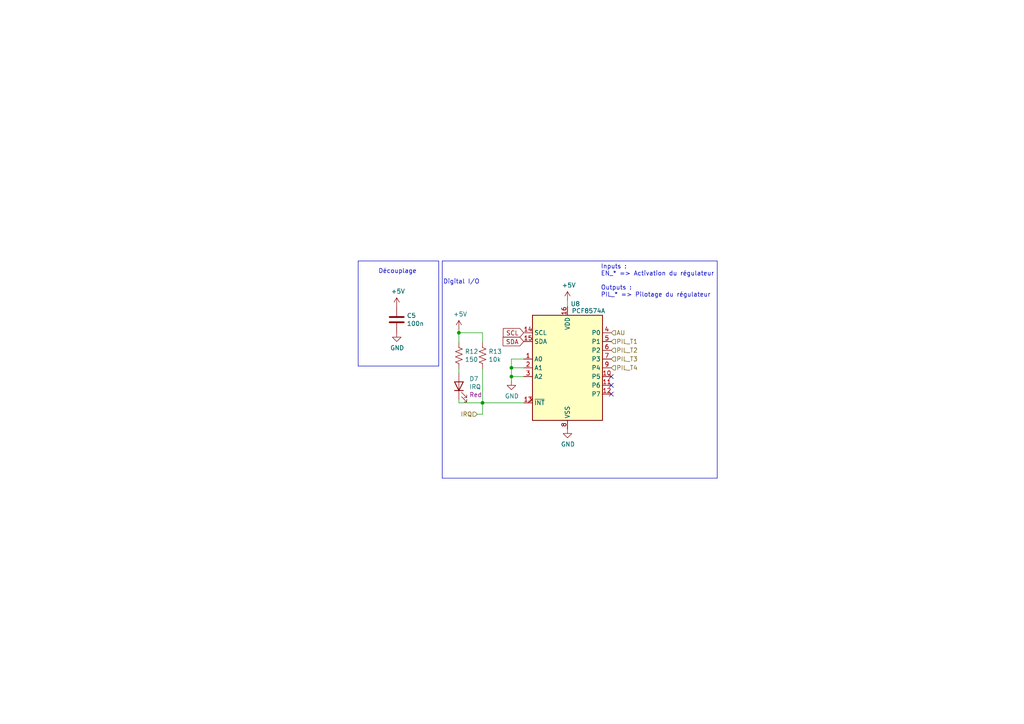
<source format=kicad_sch>
(kicad_sch (version 20230121) (generator eeschema)
  (paper "A4")
  (lib_symbols
    (symbol "Device:C" (pin_numbers hide) (pin_names (offset 0.254))
      (property "Reference" "C" (at 0.635 2.54 0))
      (property "Value" "C" (at 0.635 -2.54 0))
      (symbol "C_0_1"
        (polyline (pts (xy -2.032 -0.762) (xy 2.032 -0.762)) (stroke (width 0.508)))
        (polyline (pts (xy -2.032 0.762) (xy 2.032 0.762)) (stroke (width 0.508)))
      )
      (symbol "C_1_1"
        (pin passive line (at 0 3.81 270) (length 2.794) (name "~") (number "1"))
        (pin passive line (at 0 -3.81 90) (length 2.794) (name "~") (number "2"))
      )
    )
    (symbol "Device:LED" (pin_numbers hide) (pin_names (offset 1.016) hide)
      (property "Reference" "D" (at 0 2.54 0))
      (property "Value" "LED" (at 0 -2.54 0))
      (symbol "LED_0_1"
        (polyline (pts (xy -1.27 -1.27) (xy -1.27 1.27)) (stroke (width 0.254)))
        (polyline (pts (xy -1.27 0) (xy 1.27 0)))
        (polyline (pts (xy 1.27 -1.27) (xy 1.27 1.27) (xy -1.27 0) (xy 1.27 -1.27)) (stroke (width 0.254)))
        (polyline (pts (xy -3.048 -0.762) (xy -4.572 -2.286) (xy -3.81 -2.286) (xy -4.572 -2.286) (xy -4.572 -1.524)))
        (polyline (pts (xy -1.778 -0.762) (xy -3.302 -2.286) (xy -2.54 -2.286) (xy -3.302 -2.286) (xy -3.302 -1.524)))
      )
      (symbol "LED_1_1"
        (pin passive line (at -3.81 0 0) (length 2.54) (name "K") (number "1"))
        (pin passive line (at 3.81 0 180) (length 2.54) (name "A") (number "2"))
      )
    )
    (symbol "Device:R_US" (pin_numbers hide) (pin_names (offset 0))
      (property "Reference" "R" (at 2.54 0 90))
      (property "Value" "R_US" (at -2.54 0 90))
      (symbol "R_US_0_1"
        (polyline (pts (xy 0 -2.286) (xy 0 -2.54)))
        (polyline (pts (xy 0 2.286) (xy 0 2.54)))
        (polyline (pts (xy 0 -0.762) (xy 1.016 -1.143) (xy 0 -1.524) (xy -1.016 -1.905) (xy 0 -2.286)))
        (polyline (pts (xy 0 0.762) (xy 1.016 0.381) (xy 0 0) (xy -1.016 -0.381) (xy 0 -0.762)))
        (polyline (pts (xy 0 2.286) (xy 1.016 1.905) (xy 0 1.524) (xy -1.016 1.143) (xy 0 0.762)))
      )
      (symbol "R_US_1_1"
        (pin passive line (at 0 3.81 270) (length 1.27) (name "~") (number "1"))
        (pin passive line (at 0 -3.81 90) (length 1.27) (name "~") (number "2"))
      )
    )
    (symbol "Interface_Expansion:PCF8574A"
      (property "Reference" "U" (at -8.89 16.51 0))
      (property "Value" "PCF8574A" (at 2.54 16.51 0))
      (symbol "PCF8574A_0_1"
        (rectangle (start -10.16 15.24) (end 10.16 -15.24) (stroke (width 0.254)) (fill (type background)))
      )
      (symbol "PCF8574A_1_1"
        (pin input line (at -12.7 2.54 0) (length 2.54) (name "A0") (number "1"))
        (pin bidirectional line (at 12.7 -2.54 180) (length 2.54) (name "P5") (number "10"))
        (pin bidirectional line (at 12.7 -5.08 180) (length 2.54) (name "P6") (number "11"))
        (pin bidirectional line (at 12.7 -7.62 180) (length 2.54) (name "P7") (number "12"))
        (pin open_collector output_low (at -12.7 -10.16 0) (length 2.54) (name "~{INT}") (number "13"))
        (pin input line (at -12.7 10.16 0) (length 2.54) (name "SCL") (number "14"))
        (pin bidirectional line (at -12.7 7.62 0) (length 2.54) (name "SDA") (number "15"))
        (pin power_in line (at 0 17.78 270) (length 2.54) (name "VDD") (number "16"))
        (pin input line (at -12.7 0 0) (length 2.54) (name "A1") (number "2"))
        (pin input line (at -12.7 -2.54 0) (length 2.54) (name "A2") (number "3"))
        (pin bidirectional line (at 12.7 10.16 180) (length 2.54) (name "P0") (number "4"))
        (pin bidirectional line (at 12.7 7.62 180) (length 2.54) (name "P1") (number "5"))
        (pin bidirectional line (at 12.7 5.08 180) (length 2.54) (name "P2") (number "6"))
        (pin bidirectional line (at 12.7 2.54 180) (length 2.54) (name "P3") (number "7"))
        (pin power_in line (at 0 -17.78 90) (length 2.54) (name "VSS") (number "8"))
        (pin bidirectional line (at 12.7 0 180) (length 2.54) (name "P4") (number "9"))
      )
    )
    (symbol "power:+5V" (power) (pin_names (offset 0))
      (property "Value" "+5V" (at 0 3.556 0))
      (symbol "+5V_0_1"
        (polyline (pts (xy -0.762 1.27) (xy 0 2.54)))
        (polyline (pts (xy 0 0) (xy 0 2.54)))
        (polyline (pts (xy 0 2.54) (xy 0.762 1.27)))
      )
      (symbol "+5V_1_1"
        (pin power_in line (at 0 0 90) (length 0) hide (name "+5V") (number "1"))
      )
    )
    (symbol "power:GND" (power) (pin_names (offset 0))
      (property "Value" "GND" (at 0 -3.81 0))
      (symbol "GND_0_1"
        (polyline (pts (xy 0 0) (xy 0 -1.27) (xy 1.27 -1.27) (xy 0 -2.54) (xy -1.27 -1.27) (xy 0 -1.27)))
      )
      (symbol "GND_1_1"
        (pin power_in line (at 0 0 270) (length 0) hide (name "GND") (number "1"))
      )
    )
  )
  (junction (at 148.336 106.68))
  (junction (at 148.336 109.22))
  (junction (at 133.096 96.52))
  (junction (at 139.954 116.84))
  (no_connect (at 177.292 114.3))
  (no_connect (at 177.292 109.22))
  (no_connect (at 177.292 111.76))
  (polyline (pts (xy 208.026 138.684) (xy 208.026 75.692)))
  (wire (pts (xy 139.954 96.52) (xy 133.096 96.52)))
  (wire (pts (xy 148.336 109.22) (xy 148.336 110.49)))
  (wire (pts (xy 133.096 106.934) (xy 133.096 108.204)))
  (polyline (pts (xy 128.27 75.692) (xy 128.27 138.684)))
  (wire (pts (xy 133.096 96.52) (xy 133.096 95.504)))
  (wire (pts (xy 151.892 106.68) (xy 148.336 106.68)))
  (polyline (pts (xy 103.886 75.692) (xy 127.254 75.692)))
  (wire (pts (xy 148.336 104.14) (xy 148.336 106.68)))
  (polyline (pts (xy 103.886 106.172) (xy 103.886 75.692)))
  (wire (pts (xy 164.592 87.122) (xy 164.592 88.9)))
  (wire (pts (xy 139.954 116.84) (xy 133.096 116.84)))
  (wire (pts (xy 139.954 120.142) (xy 138.43 120.142)))
  (wire (pts (xy 139.954 116.84) (xy 139.954 120.142)))
  (wire (pts (xy 139.954 116.84) (xy 151.892 116.84)))
  (wire (pts (xy 139.954 106.934) (xy 139.954 116.84)))
  (wire (pts (xy 133.096 116.84) (xy 133.096 115.824)))
  (wire (pts (xy 148.336 106.68) (xy 148.336 109.22)))
  (polyline (pts (xy 127.254 106.172) (xy 103.886 106.172)))
  (wire (pts (xy 151.892 104.14) (xy 148.336 104.14)))
  (wire (pts (xy 151.892 109.22) (xy 148.336 109.22)))
  (polyline (pts (xy 208.026 75.692) (xy 128.27 75.692)))
  (polyline (pts (xy 128.27 138.684) (xy 208.026 138.684)))
  (polyline (pts (xy 127.254 75.692) (xy 127.254 106.172)))
  (wire (pts (xy 133.096 99.314) (xy 133.096 96.52)))
  (wire (pts (xy 139.954 99.314) (xy 139.954 96.52)))
  (text "Digital I/O" (at 128.524 82.55 0) (effects (font (size 1.27 1.27)) (justify left bottom)))
  (text "Inputs :\nEN_* => Activation du régulateur\n\nOutputs :\nPIL_* => Pilotage du régulateur" (at 174.244 86.36 0) (effects (font (size 1.27 1.27)) (justify left bottom)))
  (text "Découplage" (at 109.728 79.502 0) (effects (font (size 1.27 1.27)) (justify left bottom)))
  (global_label "SCL" (shape input) (at 151.892 96.52 180) (property "Intersheetrefs" "${INTERSHEET_REFS}" (effects hide)))
  (global_label "SDA" (shape input) (at 151.892 99.06 180) (property "Intersheetrefs" "${INTERSHEET_REFS}" (effects hide)))
  (hierarchical_label "PIL_T2" (shape input) (at 177.292 101.6 0))
  (hierarchical_label "AU" (shape input) (at 177.292 96.52 0))
  (hierarchical_label "PIL_T3" (shape input) (at 177.292 104.14 0))
  (hierarchical_label "PIL_T4" (shape input) (at 177.292 106.68 0))
  (hierarchical_label "PIL_T1" (shape input) (at 177.292 99.06 0))
  (hierarchical_label "IRQ" (shape input) (at 138.43 120.142 180))
  (symbol (lib_id "Interface_Expansion:PCF8574A") (at 164.592 106.68 0) (unit 1)
    (property "Reference" "U8" (at 166.878 88.138 0))
    (property "Value" "PCF8574A" (at 170.688 90.17 0))
    (property "Footprint" "Package_SO:SOIC-16W_7.5x10.3mm_P1.27mm" (effects hide))
    (property "Datasheet" "http://www.nxp.com/documents/data_sheet/PCF8574_PCF8574A.pdf" (effects hide))
    (property "LCSC Part" "C86832" (effects hide))
  )
  (symbol (lib_id "power:GND") (at 148.336 110.49 0) (unit 1)
    (property "Reference" "#PWR032" (effects hide))
    (property "Value" "GND" (at 148.463 114.8842 0))
    (instances (project "MasterAlim" (path "" (reference "#PWR032") (unit 1)) (path "" (reference "#PWR?") (unit 1))))
  )
  (symbol (lib_id "power:GND") (at 164.592 124.46 0) (unit 1)
    (property "Reference" "#PWR0122" (effects hide))
    (property "Value" "GND" (at 164.719 128.8542 0))
    (instances (project "MasterAlim" (path "" (reference "#PWR0122") (unit 1)) (path "" (reference "#PWR?") (unit 1))))
  )
  (symbol (lib_id "power:+5V") (at 164.592 87.122 0) (unit 1)
    (property "Reference" "#PWR0123" (effects hide))
    (property "Value" "+5V" (at 164.973 82.7278 0))
    (instances (project "MasterAlim" (path "" (reference "#PWR0123") (unit 1)) (path "" (reference "#PWR?") (unit 1))))
  )
  (symbol (lib_id "Device:R_US") (at 133.096 103.124 0) (unit 1)
    (property "Reference" "R12" (at 134.8232 101.9556 0) (effects (justify left)))
    (property "Value" "150" (at 134.8232 104.267 0) (effects (justify left)))
    (property "Footprint" "Resistor_SMD:R_0805_2012Metric_Pad1.20x1.40mm_HandSolder" (effects hide))
    (property "LCSC Part" "C17471" (effects hide))
    (instances (project "MasterAlim" (path "" (reference "R12") (unit 1)) (path "" (reference "R?") (unit 1))))
  )
  (symbol (lib_id "Device:R_US") (at 139.954 103.124 0) (unit 1)
    (property "Reference" "R13" (at 141.6812 101.9556 0) (effects (justify left)))
    (property "Value" "10k" (at 141.6812 104.267 0) (effects (justify left)))
    (property "Footprint" "Resistor_SMD:R_0805_2012Metric_Pad1.20x1.40mm_HandSolder" (effects hide))
    (property "LCSC Part" "C17414" (effects hide))
    (instances (project "MasterAlim" (path "" (reference "R13") (unit 1)) (path "" (reference "R?") (unit 1))))
  )
  (symbol (lib_id "power:+5V") (at 133.096 95.504 0) (unit 1)
    (property "Reference" "#PWR0124" (effects hide))
    (property "Value" "+5V" (at 133.477 91.1098 0))
    (instances (project "MasterAlim" (path "" (reference "#PWR0124") (unit 1)) (path "" (reference "#PWR?") (unit 1))))
  )
  (symbol (lib_id "Device:LED") (at 133.096 112.014 90) (unit 1)
    (property "Reference" "D7" (at 136.0932 109.8804 90) (effects (justify right)))
    (property "Value" "IRQ" (at 136.0932 112.1918 90) (effects (justify right)))
    (property "Footprint" "LED_SMD:LED_0805_2012Metric" (effects hide))
    (property "Color" "Red" (at 136.0932 114.5032 90) (effects (justify right)))
    (property "LCSC Part" "C72037" (effects hide))
    (instances (project "MasterAlim" (path "" (reference "D7") (unit 1)) (path "" (reference "D?") (unit 1))))
  )
  (symbol (lib_id "Device:C") (at 115.062 92.71 0) (unit 1)
    (property "Reference" "C5" (at 117.983 91.5416 0) (effects (justify left)))
    (property "Value" "100n" (at 117.983 93.853 0) (effects (justify left)))
    (property "Footprint" "Capacitor_SMD:C_0603_1608Metric_Pad1.08x0.95mm_HandSolder" (effects hide))
    (property "LCSC Part" " C14663" (effects hide))
    (property "Tension" "50V" (effects hide))
    (instances (project "MasterAlim" (path "" (reference "C5") (unit 1)) (path "" (reference "C?") (unit 1))))
  )
  (symbol (lib_id "power:+5V") (at 115.062 88.9 0) (unit 1)
    (property "Reference" "#PWR0127" (effects hide))
    (property "Value" "+5V" (at 115.443 84.5058 0))
    (instances (project "MasterAlim" (path "" (reference "#PWR0127") (unit 1)) (path "" (reference "#PWR?") (unit 1))))
  )
  (symbol (lib_id "power:GND") (at 115.062 96.52 0) (unit 1)
    (property "Reference" "#PWR0128" (effects hide))
    (property "Value" "GND" (at 115.189 100.9142 0))
    (instances (project "MasterAlim" (path "" (reference "#PWR0128") (unit 1)) (path "" (reference "#PWR?") (unit 1))))
  )
)
</source>
